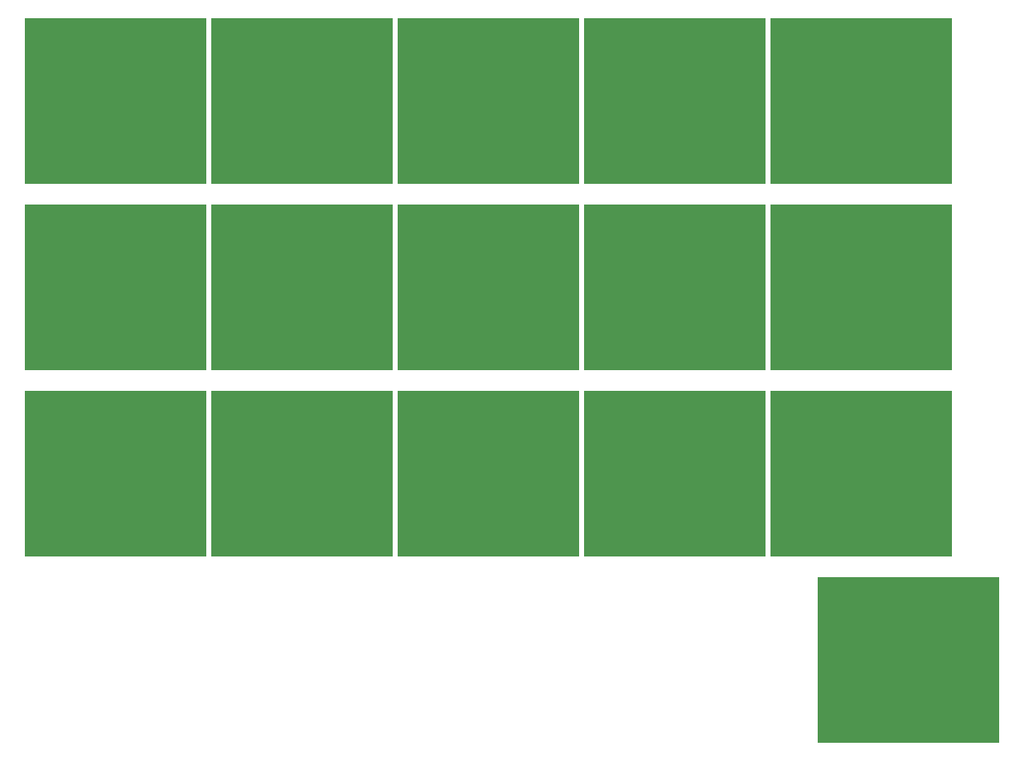
<source format=gbr>
G04 #@! TF.GenerationSoftware,KiCad,Pcbnew,(5.1.4)-1*
G04 #@! TF.CreationDate,2020-11-18T14:35:40-05:00*
G04 #@! TF.ProjectId,Plate,506c6174-652e-46b6-9963-61645f706362,rev?*
G04 #@! TF.SameCoordinates,Original*
G04 #@! TF.FileFunction,Soldermask,Bot*
G04 #@! TF.FilePolarity,Negative*
%FSLAX46Y46*%
G04 Gerber Fmt 4.6, Leading zero omitted, Abs format (unit mm)*
G04 Created by KiCad (PCBNEW (5.1.4)-1) date 2020-11-18 14:35:40*
%MOMM*%
%LPD*%
G04 APERTURE LIST*
%ADD10C,0.100000*%
G04 APERTURE END LIST*
D10*
G36*
X247523000Y-131572000D02*
G01*
X228981000Y-131572000D01*
X228981000Y-114681000D01*
X247523000Y-114681000D01*
X247523000Y-131572000D01*
X247523000Y-131572000D01*
G37*
G36*
X242697000Y-112522000D02*
G01*
X224155000Y-112522000D01*
X224155000Y-95631000D01*
X242697000Y-95631000D01*
X242697000Y-112522000D01*
X242697000Y-112522000D01*
G37*
G36*
X166497000Y-112522000D02*
G01*
X147955000Y-112522000D01*
X147955000Y-95631000D01*
X166497000Y-95631000D01*
X166497000Y-112522000D01*
X166497000Y-112522000D01*
G37*
G36*
X185547000Y-112522000D02*
G01*
X167005000Y-112522000D01*
X167005000Y-95631000D01*
X185547000Y-95631000D01*
X185547000Y-112522000D01*
X185547000Y-112522000D01*
G37*
G36*
X204597000Y-112522000D02*
G01*
X186055000Y-112522000D01*
X186055000Y-95631000D01*
X204597000Y-95631000D01*
X204597000Y-112522000D01*
X204597000Y-112522000D01*
G37*
G36*
X223647000Y-112522000D02*
G01*
X205105000Y-112522000D01*
X205105000Y-95631000D01*
X223647000Y-95631000D01*
X223647000Y-112522000D01*
X223647000Y-112522000D01*
G37*
G36*
X185547000Y-93472000D02*
G01*
X167005000Y-93472000D01*
X167005000Y-76581000D01*
X185547000Y-76581000D01*
X185547000Y-93472000D01*
X185547000Y-93472000D01*
G37*
G36*
X166497000Y-93472000D02*
G01*
X147955000Y-93472000D01*
X147955000Y-76581000D01*
X166497000Y-76581000D01*
X166497000Y-93472000D01*
X166497000Y-93472000D01*
G37*
G36*
X204597000Y-93472000D02*
G01*
X186055000Y-93472000D01*
X186055000Y-76581000D01*
X204597000Y-76581000D01*
X204597000Y-93472000D01*
X204597000Y-93472000D01*
G37*
G36*
X223647000Y-93472000D02*
G01*
X205105000Y-93472000D01*
X205105000Y-76581000D01*
X223647000Y-76581000D01*
X223647000Y-93472000D01*
X223647000Y-93472000D01*
G37*
G36*
X242697000Y-93472000D02*
G01*
X224155000Y-93472000D01*
X224155000Y-76581000D01*
X242697000Y-76581000D01*
X242697000Y-93472000D01*
X242697000Y-93472000D01*
G37*
G36*
X166497000Y-74422000D02*
G01*
X147955000Y-74422000D01*
X147955000Y-57531000D01*
X166497000Y-57531000D01*
X166497000Y-74422000D01*
X166497000Y-74422000D01*
G37*
G36*
X185547000Y-74422000D02*
G01*
X167005000Y-74422000D01*
X167005000Y-57531000D01*
X185547000Y-57531000D01*
X185547000Y-74422000D01*
X185547000Y-74422000D01*
G37*
G36*
X204597000Y-74422000D02*
G01*
X186055000Y-74422000D01*
X186055000Y-57531000D01*
X204597000Y-57531000D01*
X204597000Y-74422000D01*
X204597000Y-74422000D01*
G37*
G36*
X223647000Y-74422000D02*
G01*
X205105000Y-74422000D01*
X205105000Y-57531000D01*
X223647000Y-57531000D01*
X223647000Y-74422000D01*
X223647000Y-74422000D01*
G37*
G36*
X242697000Y-74422000D02*
G01*
X224155000Y-74422000D01*
X224155000Y-57531000D01*
X242697000Y-57531000D01*
X242697000Y-74422000D01*
X242697000Y-74422000D01*
G37*
M02*

</source>
